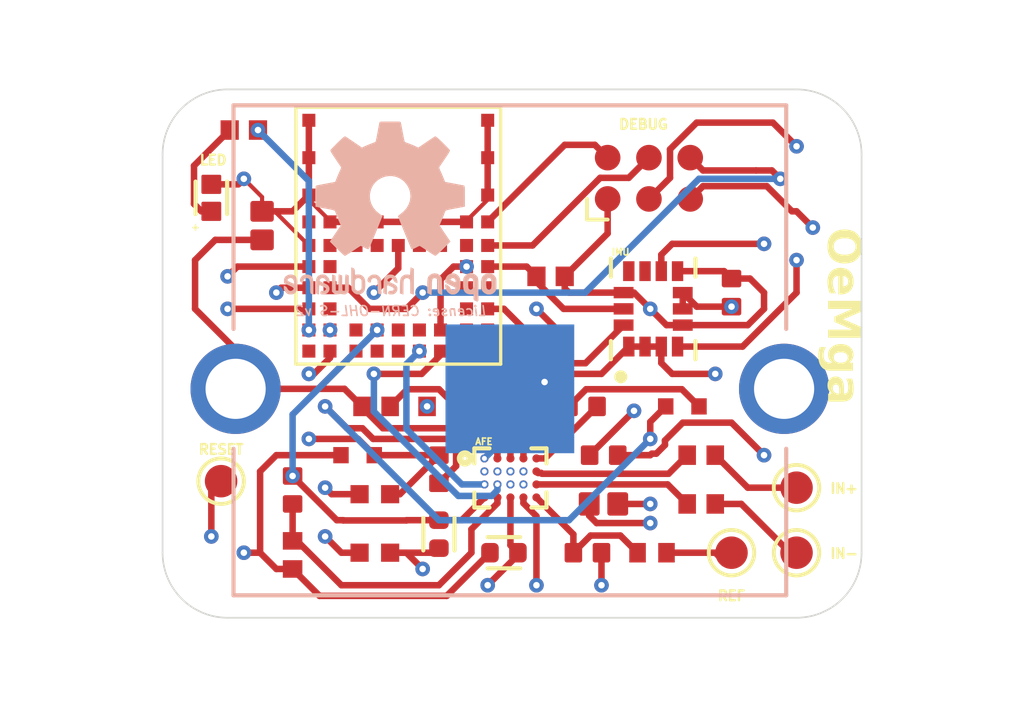
<source format=kicad_pcb>
(kicad_pcb (version 20241229) (generator "pcbnew") (generator_version "9.0")
  (layers (0 "F.Cu" signal "TOP") (4 "In1.Cu" signal "GND") (6 "In2.Cu" signal "MIDDLE") (8 "In3.Cu" signal "POWER") (10 "In4.Cu" signal "GND2") (2 "B.Cu" signal "BOTTOM") (13 "F.Paste" user) (15 "B.Paste" user) (5 "F.SilkS" user "F.Silkscreen") (7 "B.SilkS" user "B.Silkscreen") (1 "F.Mask" user) (3 "B.Mask" user) (25 "Edge.Cuts" user))
  (net 0 "")
  (net 1 "+Vs")
  (net 2 "GND")
  (net 4 "INT1")
  (net 12 "SCL")
  (net 13 "FR")
  (net 14 "OUT")
  (net 16 "LOD")
  (net 17 "SDA")
  (net 18 "INT2")
  (net 19 "SDN")
  (net 20 "SWDIO")
  (net 21 "RESET")
  (net 25 "LED")
  (net 29 "SWO")
  (net 30 "SWDCLK")
  (net 33 "Net-(U1-RLDFB)")
  (net 34 "RLD")
  (net 35 "Net-(U1-SW)")
  (net 36 "IAOUT")
  (net 37 "Net-(U1-HPDRIVE)")
  (net 38 "HPSENSE")
  (net 39 "Net-(C_8-Pad2)")
  (net 40 "OPAMP+")
  (net 41 "REFOUT")
  (net 42 "REFIN")
  (net 43 "Net-(+4-Pin_1)")
  (net 44 "Net-(+2-Pin_1)")
  (net 45 "IN+")
  (net 46 "IN-")
  (net 47 "Net-(+3-Pin_1)")
  (net 48 "OPAMP-")
  (net 53 "Net-(D1-Pad1)")
  (net 55 "AC{slash}DC")
  (footprint "1nf_cap:CAPC1005X55N" (layer "F.Cu") (at 154.068 89)
    (property "Reference" "C_1" (hide yes))
    (property "Value" "CL05B102KB5NNNC" (hide yes))
    (pad "1" smd roundrect (at -0.432 0) (size 0.54 0.6) (layers "F.Cu" "F.Mask" "F.Paste") (roundrect_rratio 0.125) (net 34 "RLD"))
    (pad "2" smd roundrect (at 0.432 0) (size 0.54 0.6) (layers "F.Cu" "F.Mask" "F.Paste") (roundrect_rratio 0.125) (net 33 "Net-(U1-RLDFB)"))
  )
  (footprint "1Megohm:RESC1005X40N" (layer "F.Cu") (at 145 87.07 90)
    (property "Reference" "R_19" (hide yes))
    (property "Value" "RC0402FR-071ML" (hide yes))
    (pad "1" smd roundrect (at -0.43 0 90) (size 0.54 0.6) (layers "F.Cu" "F.Mask" "F.Paste") (roundrect_rratio 0.125) (net 48 "OPAMP-"))
    (pad "2" smd roundrect (at 0.43 0 90) (size 0.54 0.6) (layers "F.Cu" "F.Mask" "F.Paste") (roundrect_rratio 0.125) (net 14 "OUT"))
  )
  (footprint "18nfcap:CAPC1005X55N" (layer "F.Cu") (at 151.5 89)
    (property "Reference" "C_9" (hide yes))
    (property "Value" "CC0402KRX7R7BB183" (hide yes))
    (pad "1" smd roundrect (at -0.43 0) (size 0.54 0.6) (layers "F.Cu" "F.Mask" "F.Paste") (roundrect_rratio 0.265) (net 41 "REFOUT"))
    (pad "2" smd roundrect (at 0.43 0) (size 0.54 0.6) (layers "F.Cu" "F.Mask" "F.Paste") (roundrect_rratio 0.265) (net 40 "OPAMP+"))
  )
  (footprint "TestPoint:TestPoint_Pad_D1.0mm" (layer "F.Cu") (at 158.5 89)
    (property "Reference" "REF**" (hide yes))
    (property "Value" "TestPoint_Pad_D1.0mm" (hide yes))
    (pad "4" smd circle (at 0 0) (size 1 1) (layers "F.Cu" "F.Mask") (net 43 "Net-(+4-Pin_1)"))
  )
  (footprint "res33k:RES_ERJ2RKF3302X" (layer "F.Cu") (at 147 86)
    (property "Reference" "R_12" (hide yes))
    (property "Value" "ERJ2RKF3302X" (hide yes))
    (pad "1" smd rect (at -0.512 0) (size 0.475 0.5) (layers "F.Cu" "F.Mask" "F.Paste") (net 41 "REFOUT"))
    (pad "2" smd rect (at 0.512 0) (size 0.475 0.5) (layers "F.Cu" "F.Mask" "F.Paste") (net 35 "Net-(U1-SW)"))
  )
  (footprint "res50k:RES_CRCW0402_VIS" (layer "F.Cu") (at 147.5301 87.2)
    (property "Reference" "R_13" (hide yes))
    (property "Value" "CRCW040250K0FKED" (hide yes))
    (pad "1" smd rect (at -0.4699 0) (size 0.5588 0.5588) (layers "F.Cu" "F.Mask" "F.Paste") (net 39 "Net-(C_8-Pad2)"))
    (pad "2" smd rect (at 0.4699 0) (size 0.5588 0.5588) (layers "F.Cu" "F.Mask" "F.Paste") (net 35 "Net-(U1-SW)"))
  )
  (footprint "10M_res:RESC1005X40N" (layer "F.Cu") (at 147.568 84.5 180)
    (property "Reference" "R_18" (hide yes))
    (property "Value" "RC0402FR-0710ML" (hide yes))
    (pad "1" smd rect (at -0.432 0 180) (size 0.54 0.6) (layers "F.Cu" "F.Mask" "F.Paste") (net 42 "REFIN"))
    (pad "2" smd rect (at 0.432 0 180) (size 0.54 0.6) (layers "F.Cu" "F.Mask" "F.Paste") (net 1 "+Vs"))
  )
  (footprint "75kres:RESC1005X40N" (layer "F.Cu") (at 145 89.068 -90)
    (property "Reference" "R_20" (hide yes))
    (property "Value" "RC0402FR-0775KL" (hide yes))
    (pad "1" smd rect (at -0.432 0 270) (size 0.54 0.6) (layers "F.Cu" "F.Mask" "F.Paste") (net 48 "OPAMP-"))
    (pad "2" smd rect (at 0.432 0 270) (size 0.54 0.6) (layers "F.Cu" "F.Mask" "F.Paste") (net 41 "REFOUT"))
  )
  (footprint "res182k:RESC1005X37N" (layer "F.Cu") (at 157.568 86 180)
    (property "Reference" "R_6" (hide yes))
    (property "Value" "AC0402FR-07182KL" (hide yes))
    (pad "1" smd rect (at -0.432 0 180) (size 0.54 0.6) (layers "F.Cu" "F.Mask" "F.Paste") (net 44 "Net-(+2-Pin_1)"))
    (pad "2" smd rect (at 0.432 0 180) (size 0.54 0.6) (layers "F.Cu" "F.Mask" "F.Paste") (net 45 "IN+"))
  )
  (footprint "res_4.7k_pretty:RESC1005X40N" (layer "F.Cu") (at 152.935 82.5)
    (property "Reference" "R1" (hide yes))
    (property "Value" "0402WGF4701TCE" (hide yes))
    (pad "1" smd rect (at -0.435 0) (size 0.56 0.6) (layers "F.Cu" "F.Mask" "F.Paste") (net 17 "SDA"))
    (pad "2" smd rect (at 0.435 0) (size 0.56 0.6) (layers "F.Cu" "F.Mask" "F.Paste") (net 1 "+Vs"))
  )
  (footprint "0_point1uf:CAPC1005X55N" (layer "F.Cu") (at 154.568 86)
    (property "Reference" "C_12" (hide yes))
    (property "Value" "CL05B104KO5NNNC" (hide yes))
    (pad "1" smd roundrect (at -0.432 0) (size 0.54 0.6) (layers "F.Cu" "F.Mask" "F.Paste") (roundrect_rratio 0.125) (net 1 "+Vs"))
    (pad "2" smd roundrect (at 0.432 0) (size 0.54 0.6) (layers "F.Cu" "F.Mask" "F.Paste") (roundrect_rratio 0.125) (net 2 "GND"))
  )
  (footprint "TestPoint:TestPoint_Pad_D1.0mm" (layer "F.Cu") (at 160.5 87)
    (property "Reference" "REF**" (hide yes))
    (property "Value" "TestPoint_Pad_D1.0mm" (hide yes))
    (pad "2" smd circle (at 0 0) (size 1 1) (layers "F.Cu" "F.Mask") (net 44 "Net-(+2-Pin_1)"))
  )
  (footprint "TestPoint:TestPoint_Pad_D1.0mm" (layer "F.Cu") (at 160.5 89)
    (property "Reference" "REF**" (hide yes))
    (property "Value" "TestPoint_Pad_D1.0mm" (hide yes))
    (pad "3" smd circle (at 0 0) (size 1 1) (layers "F.Cu" "F.Mask") (net 47 "Net-(+3-Pin_1)"))
  )
  (footprint "res499k:RESC1005X40N" (layer "F.Cu") (at 156.055 89)
    (property "Reference" "R_2" (hide yes))
    (property "Value" "CRCW0402499KFKED" (hide yes))
    (pad "1" smd rect (at -0.445 0) (size 0.51 0.6) (layers "F.Cu" "F.Mask" "F.Paste") (net 34 "RLD"))
    (pad "2" smd rect (at 0.445 0) (size 0.51 0.6) (layers "F.Cu" "F.Mask" "F.Paste") (net 43 "Net-(+4-Pin_1)"))
  )
  (footprint "220nf_cap:CAPC1005X55N" (layer "F.Cu") (at 149.5 86.432 90)
    (property "Reference" "C_4" (hide yes))
    (property "Value" "CL05B224KO5NNNC" (hide yes))
    (pad "1" smd roundrect (at -0.432 0 90) (size 0.54 0.6) (layers "F.Cu" "F.Mask" "F.Paste") (roundrect_rratio 0.125) (net 36 "IAOUT"))
    (pad "2" smd roundrect (at 0.432 0 90) (size 0.54 0.6) (layers "F.Cu" "F.Mask" "F.Paste") (roundrect_rratio 0.125) (net 35 "Net-(U1-SW)"))
  )
  (footprint "res182k:RESC1005X37N" (layer "F.Cu") (at 157.568 87.5 180)
    (property "Reference" "R_7" (hide yes))
    (property "Value" "AC0402FR-07182KL" (hide yes))
    (pad "1" smd rect (at -0.432 0 180) (size 0.54 0.6) (layers "F.Cu" "F.Mask" "F.Paste") (net 47 "Net-(+3-Pin_1)"))
    (pad "2" smd rect (at 0.432 0 180) (size 0.54 0.6) (layers "F.Cu" "F.Mask" "F.Paste") (net 46 "IN-"))
  )
  (footprint "Connector:Tag-Connect_TC2030-IDC-NL_2x03_P1.27mm_Vertical" (layer "F.Cu") (at 155.96 77.484)
    (property "Reference" "J1" (hide yes))
    (property "Value" "Conn_ARM_SWD_TagConnect_TC2030-NL" (hide yes))
    (pad "" np_thru_hole circle (at -2.54 0) (size 0.9906 0.9906) (drill 0.9906) (layers "*.Cu" "*.Mask"))
    (pad "" np_thru_hole circle (at 2.54 -1.016) (size 0.9906 0.9906) (drill 0.9906) (layers "*.Cu" "*.Mask"))
    (pad "" np_thru_hole circle (at 2.54 1.016) (size 0.9906 0.9906) (drill 0.9906) (layers "*.Cu" "*.Mask"))
    (pad "1" connect circle (at -1.27 0.635) (size 0.7874 0.7874) (layers "F.Cu" "F.Mask") (net 1 "+Vs"))
    (pad "2" connect circle (at -1.27 -0.635) (size 0.7874 0.7874) (layers "F.Cu" "F.Mask") (net 20 "SWDIO"))
    (pad "3" connect circle (at 0 0.635) (size 0.7874 0.7874) (layers "F.Cu" "F.Mask") (net 21 "RESET"))
    (pad "4" connect circle (at 0 -0.635) (size 0.7874 0.7874) (layers "F.Cu" "F.Mask") (net 30 "SWDCLK"))
    (pad "5" connect circle (at 1.27 0.635) (size 0.7874 0.7874) (layers "F.Cu" "F.Mask") (net 2 "GND"))
    (pad "6" connect circle (at 1.27 -0.635) (size 0.7874 0.7874) (layers "F.Cu" "F.Mask") (net 29 "SWO"))
  )
  (footprint "cap_100nf:CAPC1005X55N" (layer "F.Cu") (at 158.5 81 -90)
    (property "Reference" "C1" (hide yes))
    (property "Value" "CL05B104KO5NNNC")
    (pad "1" smd roundrect (at -0.432 0 270) (size 0.54 0.6) (layers "F.Cu" "F.Mask" "F.Paste") (roundrect_rratio 0.125) (net 1 "+Vs"))
    (pad "2" smd roundrect (at 0.432 0 270) (size 0.54 0.6) (layers "F.Cu" "F.Mask" "F.Paste") (roundrect_rratio 0.125) (net 2 "GND"))
  )
  (footprint "res50k:RES_CRCW0402_VIS" (layer "F.Cu") (at 147.5301 89)
    (property "Reference" "R_16" (hide yes))
    (property "Value" "CRCW040250K0FKED" (hide yes))
    (pad "1" smd rect (at -0.4699 0) (size 0.5588 0.5588) (layers "F.Cu" "F.Mask" "F.Paste") (net 40 "OPAMP+"))
    (pad "2" smd rect (at 0.4699 0) (size 0.5588 0.5588) (layers "F.Cu" "F.Mask" "F.Paste") (net 39 "Net-(C_8-Pad2)"))
  )
  (footprint "1uf_cap:CAPC1005X55N" (layer "F.Cu") (at 151.568 84.5)
    (property "Reference" "C_11" (hide yes))
    (property "Value" "CL05A105KP5NNNC" (hide yes))
    (pad "1" smd roundrect (at -0.432 0) (size 0.54 0.6) (layers "F.Cu" "F.Mask" "F.Paste") (roundrect_rratio 0.125) (net 42 "REFIN"))
    (pad "2" smd roundrect (at 0.432 0) (size 0.54 0.6) (layers "F.Cu" "F.Mask" "F.Paste") (roundrect_rratio 0.125) (net 2 "GND"))
  )
  (footprint "10M_res:RESC1005X40N" (layer "F.Cu") (at 149.568 84.5)
    (property "Reference" "R_17" (hide yes))
    (property "Value" "RC0402FR-0710ML" (hide yes))
    (pad "1" smd rect (at -0.432 0) (size 0.54 0.6) (layers "F.Cu" "F.Mask" "F.Paste") (net 2 "GND"))
    (pad "2" smd rect (at 0.432 0) (size 0.54 0.6) (layers "F.Cu" "F.Mask" "F.Paste") (net 42 "REFIN"))
  )
  (footprint "res3.3Mohm:RES_ERJ-2GEJ335X" (layer "F.Cu") (at 156.988 84.5)
    (property "Reference" "R_14" (hide yes))
    (property "Value" "ERJ-2GEJ335X" (hide yes))
    (pad "1" smd rect (at -0.512 0) (size 0.475 0.5) (layers "F.Cu" "F.Mask" "F.Paste") (net 36 "IAOUT"))
    (pad "2" smd rect (at 0.512 0) (size 0.475 0.5) (layers "F.Cu" "F.Mask" "F.Paste") (net 38 "HPSENSE"))
  )
  (footprint "bl15l15unew:Ezurio, BL54L15u Module, Platform Side" (layer "F.Cu") (at 151.4 83.19999 90)
    (property "Reference" "bl54l15u1" (hide yes))
    (property "Value" "bl54l15u" (hide yes))
    (pad "1" smd rect (at 0.4 -5.9 90) (size 0.4 0.4) (layers "F.Cu" "F.Mask" "F.Paste"))
    (pad "2" smd rect (at 1.04999 -5.9 90) (size 0.4 0.4) (layers "F.Cu" "F.Mask" "F.Paste") (net 25 "LED"))
    (pad "3" smd rect (at 0.39999 -5.25 90) (size 0.4 0.4) (layers "F.Cu" "F.Mask" "F.Paste") (net 55 "AC{slash}DC"))
    (pad "4" smd rect (at 1.04999 -5.25 90) (size 0.4 0.4) (layers "F.Cu" "F.Mask" "F.Paste") (net 2 "GND"))
    (pad "5" smd rect (at 0.39999 -4.45 90) (size 0.4 0.4) (layers "F.Cu" "F.Mask" "F.Paste") (net 1 "+Vs"))
    (pad "6" smd rect (at 1.04999 -4.45001 270) (size 0.4 0.4) (layers "F.Cu" "F.Mask" "F.Paste"))
    (pad "7" smd rect (at 0.4 -3.8 90) (size 0.4 0.4) (layers "F.Cu" "F.Mask" "F.Paste"))
    (pad "8" smd rect (at 1.04999 -3.80001 270) (size 0.4 0.4) (layers "F.Cu" "F.Mask" "F.Paste") (net 14 "OUT"))
    (pad "9" smd rect (at 0.39999 -3.15001 90) (size 0.4 0.4) (layers "F.Cu" "F.Mask" "F.Paste"))
    (pad "10" smd rect (at 1.04999 -3.15001 270) (size 0.4 0.4) (layers "F.Cu" "F.Mask" "F.Paste"))
    (pad "11" smd rect (at 0.4 -2.5 90) (size 0.4 0.4) (layers "F.Cu" "F.Mask" "F.Paste") (net 16 "LOD"))
    (pad "12" smd rect (at 1.04999 -2.5 270) (size 0.4 0.4) (layers "F.Cu" "F.Mask" "F.Paste"))
    (pad "13" smd rect (at 0.39999 -1.85001 90) (size 0.4 0.4) (layers "F.Cu" "F.Mask" "F.Paste") (net 19 "SDN"))
    (pad "14" smd rect (at 1.04999 -1.85001 270) (size 0.4 0.4) (layers "F.Cu" "F.Mask" "F.Paste") (net 2 "GND"))
    (pad "15" smd rect (at 0.4 -1.05 90) (size 0.4 0.4) (layers "F.Cu" "F.Mask" "F.Paste"))
    (pad "16" smd rect (at 1.04999 -1.05 90) (size 0.4 0.4) (layers "F.Cu" "F.Mask" "F.Paste"))
    (pad "17" smd rect (at 0.4 -0.4 90) (size 0.4 0.4) (layers "F.Cu" "F.Mask" "F.Paste"))
    (pad "18" smd rect (at 1.04999 -0.4 90) (size 0.4 0.4) (layers "F.Cu" "F.Mask" "F.Paste"))
    (pad "19" smd rect (at 1.69999 -0.4 90) (size 0.4 0.4) (layers "F.Cu" "F.Mask" "F.Paste") (net 17 "SDA"))
    (pad "20" smd rect (at 1.69999 -1.05 90) (size 0.4 0.4) (layers "F.Cu" "F.Mask" "F.Paste"))
    (pad "21" smd rect (at 2.34999 -0.4 90) (size 0.4 0.4) (layers "F.Cu" "F.Mask" "F.Paste"))
    (pad "22" smd rect (at 2.34999 -1.05 90) (size 0.4 0.4) (layers "F.Cu" "F.Mask" "F.Paste"))
    (pad "23" smd rect (at 2.99999 -0.4 90) (size 0.4 0.4) (layers "F.Cu" "F.Mask" "F.Paste") (net 12 "SCL"))
    (pad "24" smd rect (at 2.99999 -1.05 90) (size 0.4 0.4) (layers "F.Cu" "F.Mask" "F.Paste") (net 2 "GND"))
    (pad "25" smd rect (at 3.64999 -0.4 90) (size 0.4 0.4) (layers "F.Cu" "F.Mask" "F.Paste") (net 30 "SWDCLK"))
    (pad "26" smd rect (at 3.64999 -1.05 90) (size 0.4 0.4) (layers "F.Cu" "F.Mask" "F.Paste"))
    (pad "27" smd rect (at 4.37499 -0.4 90) (size 0.4 0.4) (layers "F.Cu" "F.Mask" "F.Paste") (net 20 "SWDIO"))
    (pad "28" smd rect (at 4.37499 -1.05 90) (size 0.4 0.4) (layers "F.Cu" "F.Mask" "F.Paste") (net 2 "GND"))
    (pad "29" smd rect (at 3.64999 -1.85 90) (size 0.4 0.4) (layers "F.Cu" "F.Mask" "F.Paste"))
    (pad "30" smd rect (at 3.64999 -2.5 90) (size 0.4 0.4) (layers "F.Cu" "F.Mask" "F.Paste"))
    (pad "31" smd rect (at 4.37498 -2.5 90) (size 0.4 0.4) (layers "F.Cu" "F.Mask" "F.Paste") (net 2 "GND"))
    (pad "32" smd rect (at 3.64999 -3.15001 90) (size 0.4 0.4) (layers "F.Cu" "F.Mask" "F.Paste") (net 21 "RESET"))
    (pad "33" smd rect (at 3.64999 -3.8 90) (size 0.4 0.4) (layers "F.Cu" "F.Mask" "F.Paste"))
    (pad "34" smd rect (at 4.37499 -3.8 90) (size 0.4 0.4) (layers "F.Cu" "F.Mask" "F.Paste") (net 2 "GND"))
    (pad "35" smd rect (at 3.64999 -4.45 90) (size 0.4 0.4) (layers "F.Cu" "F.Mask" "F.Paste"))
    (pad "36" smd rect (at 4.37499 -5.25 90) (size 0.4 0.4) (layers "F.Cu" "F.Mask" "F.Paste") (net 2 "GND"))
    (pad "37" smd rect (at 4.37499 -5.9 90) (size 0.4 0.4) (layers "F.Cu" "F.Mask" "F.Paste"))
    (pad "38" smd rect (at 3.64999 -5.25 90) (size 0.4 0.4) (layers "F.Cu" "F.Mask" "F.Paste"))
    (pad "39" smd rect (at 3.64999 -5.9 90) (size 0.4 0.4) (layers "F.Cu" "F.Mask" "F.Paste") (net 2 "GND"))
    (pad "40" smd rect (at 2.99999 -5.25 90) (size 0.4 0.4) (layers "F.Cu" "F.Mask" "F.Paste"))
    (pad "41" smd rect (at 2.99999 -5.9 90) (size 0.4 0.4) (layers "F.Cu" "F.Mask" "F.Paste") (net 4 "INT1"))
    (pad "42" smd rect (at 2.34999 -5.25 90) (size 0.4 0.4) (layers "F.Cu" "F.Mask" "F.Paste") (net 29 "SWO"))
    (pad "43" smd rect (at 2.34999 -5.9 90) (size 0.4 0.4) (layers "F.Cu" "F.Mask" "F.Paste") (net 13 "FR"))
    (pad "44" smd rect (at 1.69999 -5.25 90) (size 0.4 0.4) (layers "F.Cu" "F.Mask" "F.Paste"))
    (pad "45" smd rect (at 1.69999 -5.9 90) (size 0.4 0.4) (layers "F.Cu" "F.Mask" "F.Paste") (net 18 "INT2"))
    (pad "G1" smd rect (at 5.2 -5.90001 270) (size 0.4 0.4) (layers "F.Cu" "F.Mask" "F.Paste") (net 2 "GND"))
    (pad "G2" smd rect (at 6.35 -5.90001 270) (size 0.4 0.4) (layers "F.Cu" "F.Mask" "F.Paste") (net 2 "GND"))
    (pad "G3" smd rect (at 7.5 -5.90001 270) (size 0.4 0.4) (layers "F.Cu" "F.Mask" "F.Paste") (net 2 "GND"))
    (pad "G4" smd rect (at 5.19999 -0.4 270) (size 0.4 0.4) (layers "F.Cu" "F.Mask" "F.Paste") (net 2 "GND"))
    (pad "G5" smd rect (at 6.34999 -0.4 270) (size 0.4 0.4) (layers "F.Cu" "F.Mask" "F.Paste") (net 2 "GND"))
    (pad "G6" smd rect (at 7.5 -0.4 270) (size 0.4 0.4) (layers "F.Cu" "F.Mask" "F.Paste") (net 2 "GND"))
  )
  (footprint "10ufcap:CAPC1005X70N" (layer "F.Cu") (at 144.061 78.939 90)
    (property "Reference" "10uf1" (hide yes))
    (property "Value" "CL10A106MQ8NNNC" (hide yes))
    (pad "1" smd roundrect (at -0.439 0 90) (size 0.64 0.72) (layers "F.Cu" "F.Mask" "F.Paste") (roundrect_rratio 0.125) (net 1 "+Vs"))
    (pad "2" smd roundrect (at 0.439 0 90) (size 0.64 0.72) (layers "F.Cu" "F.Mask" "F.Paste") (roundrect_rratio 0.125) (net 2 "GND"))
  )
  (footprint "TestPoint:TestPoint_Pad_D1.0mm" (layer "F.Cu") (at 142.8 86.8)
    (property "Reference" "REF**" (hide yes))
    (property "Value" "TestPoint_Pad_D1.0mm" (hide yes))
    (pad "1" smd circle (at 0 0) (size 1 1) (layers "F.Cu" "F.Mask") (net 21 "RESET"))
  )
  (footprint "lsm6dsox:PQFN50P250X300X86-14N" (layer "F.Cu") (at 156.09 81.5 90)
    (property "Reference" "U2" (hide yes))
    (property "Value" "LSM6DSOXTR" (hide yes))
    (pad "1" smd rect (at -1.16 -0.75 90) (size 0.61 0.35) (layers "F.Cu" "F.Paste") (net 2 "GND"))
    (pad "2" smd rect (at -1.16 -0.25 90) (size 0.61 0.35) (layers "F.Cu" "F.Paste") (net 2 "GND"))
    (pad "3" smd rect (at -1.16 0.25 90) (size 0.61 0.35) (layers "F.Cu" "F.Paste") (net 2 "GND"))
    (pad "4" smd rect (at -1.16 0.75 90) (size 0.61 0.35) (layers "F.Cu" "F.Paste") (net 4 "INT1"))
    (pad "5" smd rect (at -0.5 0.91 90) (size 0.35 0.61) (layers "F.Cu" "F.Paste") (net 1 "+Vs"))
    (pad "6" smd rect (at 0 0.91 90) (size 0.35 0.61) (layers "F.Cu" "F.Paste") (net 2 "GND"))
    (pad "7" smd rect (at 0.5 0.91 90) (size 0.35 0.61) (layers "F.Cu" "F.Paste") (net 2 "GND"))
    (pad "8" smd rect (at 1.16 0.75 90) (size 0.61 0.35) (layers "F.Cu" "F.Paste") (net 1 "+Vs"))
    (pad "9" smd rect (at 1.16 0.25 90) (size 0.61 0.35) (layers "F.Cu" "F.Paste") (net 18 "INT2"))
    (pad "10" smd rect (at 1.16 -0.25 90) (size 0.61 0.35) (layers "F.Cu" "F.Paste"))
    (pad "11" smd rect (at 1.16 -0.75 90) (size 0.61 0.35) (layers "F.Cu" "F.Paste"))
    (pad "12" smd rect (at 0.5 -0.91 90) (size 0.35 0.61) (layers "F.Cu" "F.Paste") (net 1 "+Vs"))
    (pad "13" smd rect (at 0 -0.91 90) (size 0.35 0.61) (layers "F.Cu" "F.Paste") (net 12 "SCL"))
    (pad "14" smd rect (at -0.5 -0.91 90) (size 0.35 0.61) (layers "F.Cu" "F.Paste") (net 17 "SDA"))
  )
  (footprint "220nf_cap:CAPC1005X55N" (layer "F.Cu") (at 153.932 84.5 180)
    (property "Reference" "C_7" (hide yes))
    (property "Value" "CL05B224KO5NNNC" (hide yes))
    (pad "1" smd roundrect (at -0.432 0 180) (size 0.54 0.6) (layers "F.Cu" "F.Mask" "F.Paste") (roundrect_rratio 0.125) (net 37 "Net-(U1-HPDRIVE)"))
    (pad "2" smd roundrect (at 0.432 0 180) (size 0.54 0.6) (layers "F.Cu" "F.Mask" "F.Paste") (roundrect_rratio 0.125) (net 38 "HPSENSE"))
  )
  (footprint "10ufcap:CAPC1005X70N" (layer "F.Cu") (at 154.561 87.5)
    (property "Reference" "C_13" (hide yes))
    (property "Value" "CL05A106MQ5NUNC" (hide yes))
    (pad "1" smd roundrect (at -0.439 0) (size 0.64 0.72) (layers "F.Cu" "F.Mask" "F.Paste") (roundrect_rratio 0.125) (net 1 "+Vs"))
    (pad "2" smd roundrect (at 0.439 0) (size 0.64 0.72) (layers "F.Cu" "F.Mask" "F.Paste") (roundrect_rratio 0.125) (net 2 "GND"))
  )
  (footprint "ad8233:BGA20N40P5X4_204X170X56N" (layer "F.Cu") (at 151.7 86.7)
    (property "Reference" "U1" (hide yes))
    (property "Value" "AD8233ACBZ-R7" (hide yes))
    (pad "A1" smd circle (at -0.8 -0.6) (size 0.25 0.25) (layers "F.Cu" "F.Mask" "F.Paste") (net 2 "GND"))
    (pad "A2" smd circle (at -0.4 -0.6) (size 0.25 0.25) (layers "F.Cu" "F.Mask" "F.Paste") (net 1 "+Vs"))
    (pad "A3" smd circle (at 0 -0.6) (size 0.25 0.25) (layers "F.Cu" "F.Mask" "F.Paste") (net 42 "REFIN"))
    (pad "A4" smd circle (at 0.4 -0.6) (size 0.25 0.25) (layers "F.Cu" "F.Mask" "F.Paste") (net 38 "HPSENSE"))
    (pad "A5" smd circle (at 0.8 -0.6) (size 0.25 0.25) (layers "F.Cu" "F.Mask" "F.Paste") (net 37 "Net-(U1-HPDRIVE)"))
    (pad "B1" smd circle (at -0.8 -0.2) (size 0.25 0.25) (layers "F.Cu" "F.Mask" "F.Paste") (net 19 "SDN"))
    (pad "B2" smd circle (at -0.4 -0.2) (size 0.25 0.25) (layers "F.Cu" "F.Mask" "F.Paste") (net 55 "AC{slash}DC"))
    (pad "B3" smd circle (at 0 -0.2) (size 0.25 0.25) (layers "F.Cu" "F.Mask" "F.Paste") (net 13 "FR"))
    (pad "B4" smd circle (at 0.4 -0.2) (size 0.25 0.25) (layers "F.Cu" "F.Mask" "F.Paste") (net 36 "IAOUT"))
    (pad "B5" smd circle (at 0.8 -0.2) (size 0.25 0.25) (layers "F.Cu" "F.Mask" "F.Paste") (net 45 "IN+"))
    (pad "C1" smd circle (at -0.8 0.2) (size 0.25 0.25) (layers "F.Cu" "F.Mask" "F.Paste") (net 16 "LOD"))
    (pad "C2" smd circle (at -0.4 0.2) (size 0.25 0.25) (layers "F.Cu" "F.Mask" "F.Paste") (net 19 "SDN"))
    (pad "C3" smd circle (at 0 0.2) (size 0.25 0.25) (layers "F.Cu" "F.Mask" "F.Paste") (net 41 "REFOUT"))
    (pad "C4" smd circle (at 0.4 0.2) (size 0.25 0.25) (layers "F.Cu" "F.Mask" "F.Paste") (net 33 "Net-(U1-RLDFB)"))
    (pad "C5" smd circle (at 0.8 0.2) (size 0.25 0.25) (layers "F.Cu" "F.Mask" "F.Paste") (net 46 "IN-"))
    (pad "D1" smd circle (at -0.8 0.6) (size 0.25 0.25) (layers "F.Cu" "F.Mask" "F.Paste") (net 14 "OUT"))
    (pad "D2" smd circle (at -0.4 0.6) (size 0.25 0.25) (layers "F.Cu" "F.Mask" "F.Paste") (net 48 "OPAMP-"))
    (pad "D3" smd circle (at 0 0.6) (size 0.25 0.25) (layers "F.Cu" "F.Mask" "F.Paste") (net 40 "OPAMP+"))
    (pad "D4" smd circle (at 0.4 0.6) (size 0.25 0.25) (layers "F.Cu" "F.Mask" "F.Paste") (net 35 "Net-(U1-SW)"))
    (pad "D5" smd circle (at 0.8 0.6) (size 0.25 0.25) (layers "F.Cu" "F.Mask" "F.Paste") (net 34 "RLD"))
  )
  (footprint "lednew:LEDC1005X35N" (layer "F.Cu") (at 142.5 78.085 90)
    (property "Reference" "D1" (hide yes))
    (property "Value" "VLMG1500-GS08" (hide yes))
    (fp_text user "+" (at -0.915 -0.5 90) (layer "F.SilkS") (effects (font (size 0.200048 0.200048))))
    (pad "1" smd roundrect (at -0.415 0 90) (size 0.59 0.61) (layers "F.Cu" "F.Mask" "F.Paste") (roundrect_rratio 0.075) (net 53 "Net-(D1-Pad1)"))
    (pad "2" smd roundrect (at 0.415 0 90) (size 0.59 0.61) (layers "F.Cu" "F.Mask" "F.Paste") (roundrect_rratio 0.075) (net 2 "GND"))
  )
  (footprint "res1k_pretty:RESC1005X40N" (layer "F.Cu") (at 143.5 76 180)
    (property "Reference" "R2" (hide yes))
    (property "Value" "0402WGF1001TCE" (hide yes))
    (pad "1" smd rect (at -0.435 0 180) (size 0.56 0.6) (layers "F.Cu" "F.Mask" "F.Paste") (net 25 "LED"))
    (pad "2" smd rect (at 0.435 0 180) (size 0.56 0.6) (layers "F.Cu" "F.Mask" "F.Paste") (net 53 "Net-(D1-Pad1)"))
  )
  (footprint "2nfcap:CAPC1005X55N" (layer "F.Cu") (at 149.5 88.43 -90)
    (property "Reference" "C_8" (hide yes))
    (property "Value" "CC0402KRX7R9BB202" (hide yes))
    (pad "1" smd roundrect (at -0.43 0 270) (size 0.54 0.6) (layers "F.Cu" "F.Mask" "F.Paste") (roundrect_rratio 0.265) (net 14 "OUT"))
    (pad "2" smd roundrect (at 0.43 0 270) (size 0.54 0.6) (layers "F.Cu" "F.Mask" "F.Paste") (roundrect_rratio 0.265) (net 39 "Net-(C_8-Pad2)"))
  )
  (footprint "res_4.7k_pretty:RESC1005X40N" (layer "F.Cu") (at 152.935 80.5)
    (property "Reference" "R3" (hide yes))
    (property "Value" "0402WGF4701TCE" (hide yes))
    (pad "1" smd rect (at -0.435 0) (size 0.56 0.6) (layers "F.Cu" "F.Mask" "F.Paste") (net 12 "SCL"))
    (pad "2" smd rect (at 0.435 0) (size 0.56 0.6) (layers "F.Cu" "F.Mask" "F.Paste") (net 1 "+Vs"))
  )
  (footprint "Symbol:OSHW-Logo2_7.3x6mm_SilkScreen" (layer "B.Cu") (at 148 78.5 180)
    (property "Reference" "REF**" (hide yes))
    (property "Value" "OSHW-Logo2_7.3x6mm_SilkScreen" (hide yes))
  )
  (footprint "bat3013:BAT_3013" (layer "B.Cu") (at 151.6825 83.96 180)
    (property "Reference" "BT2" (hide yes))
    (property "Value" "3013" (hide yes))
    (pad "N" smd rect (at 0 0 180) (size 3.96 3.96) (layers "B.Cu" "B.Mask") (net 2 "GND"))
    (pad "P1" thru_hole circle (at -8.435 0 180) (size 2.775 2.775) (drill 1.85) (layers "*.Cu" "*.Mask") (net 1 "+Vs"))
    (pad "P2" thru_hole circle (at 8.435 0 180) (size 2.775 2.775) (drill 1.85) (layers "*.Cu" "*.Mask") (net 1 "+Vs"))
  )
  (gr_line (start 160.5 91) (end 143 91) (stroke (width 0.05)) (layer "Edge.Cuts"))
  (gr_arc (start 162.5 89) (mid 161.914214 90.414214) (end 160.5 91) (stroke (width 0.05)) (layer "Edge.Cuts"))
  (gr_line (start 143 74.75) (end 160.5 74.75) (stroke (width 0.05)) (layer "Edge.Cuts"))
  (gr_arc (start 141 76.75) (mid 141.585786 75.335786) (end 143 74.75) (stroke (width 0.05)) (layer "Edge.Cuts"))
  (gr_line (start 141 89) (end 141 76.75) (stroke (width 0.05)) (layer "Edge.Cuts"))
  (gr_arc (start 143 91) (mid 141.585786 90.414214) (end 141 89) (stroke (width 0.05)) (layer "Edge.Cuts"))
  (gr_line (start 162.5 76.75) (end 162.5 89) (stroke (width 0.05)) (layer "Edge.Cuts"))
  (gr_arc (start 160.5 74.75) (mid 161.914214 75.335786) (end 162.5 76.75) (stroke (width 0.05)) (layer "Edge.Cuts"))
  (gr_text "AFE" (at 150.59 85.7 0) (layer "F.SilkS") (effects (font (size 0.2 0.2) (thickness 0.05)) (justify left bottom)))
  (gr_text " OeMga \n" (at 161.3 78.5 270) (layer "F.SilkS") (effects (font (size 1 1) (thickness 0.2) (bold yes)) (justify left bottom)))
  (gr_text "DEBUG" (at 155 76 0) (layer "F.SilkS") (effects (font (size 0.3 0.3) (thickness 0.075)) (justify left bottom)))
  (gr_text "IN-\n" (at 161.5 89.2 0) (layer "F.SilkS") (effects (font (size 0.3 0.3) (thickness 0.075)) (justify left bottom)))
  (gr_text "IMU" (at 154.79 79.87 0) (layer "F.SilkS") (effects (font (size 0.2 0.2) (thickness 0.05)) (justify left bottom)))
  (gr_text "REF" (at 158.5 90.5 0) (layer "F.SilkS") (effects (font (size 0.3 0.3) (thickness 0.075)) (justify bottom)))
  (gr_text "IN+" (at 161.5 87.2 0) (layer "F.SilkS") (effects (font (size 0.3 0.3) (thickness 0.075)) (justify left bottom)))
  (gr_text "LED" (at 142.1 77.1 0) (layer "F.SilkS") (effects (font (size 0.3 0.3) (thickness 0.075)) (justify left bottom)))
  (gr_text "RESET\n" (at 142.8 86 0) (layer "F.SilkS") (effects (font (size 0.3 0.3) (thickness 0.075)) (justify bottom)))
  (gr_text "License: CERN-OHL-S v2" (at 151 81.74 0) (layer "B.SilkS") (effects (font (size 0.3 0.3) (thickness 0.05) (italic yes)) (justify left bottom mirror)))
  (segment (start 154.69 78.119) (end 154.69 79.18) (width 0.2) (layer "F.Cu") (net 1))
  (segment (start 154.69 79.18) (end 153.37 80.5) (width 0.2) (layer "F.Cu") (net 1))
  (segment (start 153.37 80.87) (end 153.5 81) (width 0.2) (layer "F.Cu") (net 1))
  (segment (start 153.5 81) (end 155.18 81) (width 0.2) (layer "F.Cu") (net 1))
  (segment (start 142 80) (end 142 81.5) (width 0.2) (layer "F.Cu") (net 1))
  (segment (start 150.548776 85.172) (end 151.3 85.923224) (width 0.2) (layer "F.Cu") (net 1))
  (segment (start 147.136 84.53) (end 147.778 85.172) (width 0.2) (layer "F.Cu") (net 1))
  (segment (start 147.778 85.172) (end 150.548776 85.172) (width 0.2) (layer "F.Cu") (net 1))
  (segment (start 146.596 83.96) (end 145.79 83.96) (width 0.2) (layer "F.Cu") (net 1))
  (segment (start 158.272 80.34) (end 158.5 80.568) (width 0.2) (layer "F.Cu") (net 1))
  (segment (start 159.5 81.5) (end 159.5 81) (width 0.2) (layer "F.Cu") (net 1))
  (segment (start 153.37 82.37) (end 152.5 81.5) (width 0.2) (layer "F.Cu") (net 1))
  (segment (start 146.95 82.8) (end 145.79 83.96) (width 0.2) (layer "F.Cu") (net 1))
  (segment (start 159.068 80.568) (end 158.5 80.568) (width 0.2) (layer "F.Cu") (net 1))
  (segment (start 142 81.5) (end 143.2475 82.7475) (width 0.2) (layer "F.Cu") (net 1))
  (segment (start 153.37 82.5) (end 153.37 82.37) (width 0.2) (layer "F.Cu") (net 1))
  (segment (start 147.136 84.5) (end 147.136 84.53) (width 0.2) (layer "F.Cu") (net 1))
  (segment (start 159.5 81) (end 159.068 80.568) (width 0.2) (layer "F.Cu") (net 1))
  (segment (start 154.122 87.86) (end 154.122 87.5) (width 0.2) (layer "F.Cu") (net 1))
  (segment (start 142.622 79.378) (end 142 80) (width 0.2) (layer "F.Cu") (net 1))
  (segment (start 143.2475 82.7475) (end 143.2475 83.96) (width 0.2) (layer "F.Cu") (net 1))
  (segment (start 153.37 80.5) (end 153.37 80.87) (width 0.2) (layer "F.Cu") (net 1))
  (segment (start 147.136 84.5) (end 146.596 83.96) (width 0.2) (layer "F.Cu") (net 1))
  (segment (start 155.5 81) (end 156 81.5) (width 0.2) (layer "F.Cu") (net 1))
  (segment (start 157 82) (end 159 82) (width 0.2) (layer "F.Cu") (net 1))
  (segment (start 156.5 82) (end 157 82) (width 0.2) (layer "F.Cu") (net 1))
  (segment (start 154.136 86) (end 155.5 84.636) (width 0.2) (layer "F.Cu") (net 1))
  (segment (start 156 88.088) (end 154.35 88.088) (width 0.2) (layer "F.Cu") (net 1))
  (segment (start 155.18 81) (end 155.5 81) (width 0.2) (layer "F.Cu") (net 1))
  (segment (start 156.84 80.34) (end 158.272 80.34) (width 0.2) (layer "F.Cu") (net 1))
  (segment (start 159 82) (end 159.5 81.5) (width 0.2) (layer "F.Cu") (net 1))
  (segment (start 154.136 86) (end 154.136 85.864) (width 0.2) (layer "F.Cu") (net 1))
  (segment (start 156 81.5) (end 156.5 82) (width 0.2) (layer "F.Cu") (net 1))
  (segment (start 154.35 88.088) (end 154.122 87.86) (width 0.2) (layer "F.Cu") (net 1))
  (segment (start 153.37 82.5) (end 153.37 82.63) (width 0.2) (layer "F.Cu") (net 1))
  (segment (start 145.79 83.96) (end 143.2475 83.96) (width 0.2) (layer "F.Cu") (net 1))
  (segment (start 144.061 79.378) (end 142.622 79.378) (width 0.2) (layer "F.Cu") (net 1))
  (segment (start 151.3 85.923224) (end 151.3 86.1) (width 0.2) (layer "F.Cu") (net 1))
  (via (at 155.5 84.636) (size 0.45) (drill 0.2) (layers "F.Cu" "B.Cu") (net 1))
  (via (at 156 88.088) (size 0.45) (drill 0.2) (layers "F.Cu" "B.Cu") (net 1))
  (via (at 152.5 81.5) (size 0.45) (drill 0.2) (layers "F.Cu" "B.Cu") (net 1))
  (via (at 156 81.5) (size 0.45) (drill 0.2) (layers "F.Cu" "B.Cu") (net 1))
  (segment (start 156.187639 85.953) (end 156.047 85.953) (width 0.2) (layer "F.Cu") (net 2))
  (segment (start 144.061 78.061) (end 143.5 77.5) (width 0.127) (layer "F.Cu") (net 2))
  (segment (start 150.35 78.791208) (end 151 78.141208) (width 0.127) (layer "F.Cu") (net 2))
  (segment (start 157.623699 77.725301) (end 157.23 78.119) (width 0.2) (layer "F.Cu") (net 2))
  (segment (start 142.5 77.67) (end 143.33 77.67) (width 0.2) (layer "F.Cu") (net 2))
  (segment (start 144.5 78.5) (end 144.99998 78.5) (width 0.2) (layer "F.Cu") (net 2))
  (segment (start 149.54999 80.60001) (end 149.95 80.2) (width 0.2) (layer "F.Cu") (net 2))
  (segment (start 152 84.5) (end 152.75 83.75) (width 0.2) (layer "F.Cu") (net 2))
  (segment (start 145.49999 78.141198) (end 145.49999 77.99999) (width 0.127) (layer "F.Cu") (net 2))
  (segment (start 160.5 78.5) (end 160.359361 78.5) (width 0.2) (layer "F.Cu") (net 2))
  (segment (start 159.584662 77.725301) (end 157.623699 77.725301) (width 0.2) (layer "F.Cu") (net 2))
  (segment (start 149.54999 82.15) (end 149.54999 80.60001) (width 0.2) (layer "F.Cu") (net 2))
  (segment (start 156.047 85.953) (end 156 86) (width 0.2) (layer "F.Cu") (net 2))
  (segment (start 150.35 78.825) (end 146.15 78.825) (width 0.2) (layer "F.Cu") (net 2))
  (segment (start 144.99998 78.5) (end 145.49999 77.99999) (width 0.2) (layer "F.Cu") (net 2))
  (segment (start 144.5 78.5) (end 144.5 78.55) (width 0.127) (layer "F.Cu") (net 2))
  (segment (start 144.5 78.55) (end 145.5 79.55) (width 0.127) (layer "F.Cu") (net 2))
  (segment (start 159.5 86) (end 158.5 85) (width 0.2) (layer "F.Cu") (net 2))
  (segment (start 151 78.141208) (end 151 78) (width 0.127) (layer "F.Cu") (net 2))
  (segment (start 155 87.5) (end 156 87.5) (width 0.2) (layer "F.Cu") (net 2))
  (segment (start 152.75 83.75) (end 153 83.5) (width 0.2) (layer "F.Cu") (net 2))
  (segment (start 158.5 81.432) (end 157.432 81.432) (width 0.2) (layer "F.Cu") (net 2))
  (segment (start 153 83.5) (end 154.5 83.5) (width 0.2) (layer "F.Cu") (net 2))
  (segment (start 160.359361 78.5) (end 159.584662 77.725301) (width 0.2) (layer "F.Cu") (net 2))
  (segment (start 146.15 78.825) (end 146.15 78.791208) (width 0.127) (layer "F.Cu") (net 2))
  (segment (start 146.15 78.791208) (end 145.49999 78.141198) (width 0.127) (layer "F.Cu") (net 2))
  (segment (start 156.453 85.687639) (end 156.187639 85.953) (width 0.2) (layer "F.Cu") (net 2))
  (segment (start 144.061 78.5) (end 144.061 78.061) (width 0.127) (layer "F.Cu") (net 2))
  (segment (start 156 86) (end 155 86) (width 0.2) (layer "F.Cu") (net 2))
  (segment (start 149.95 80.2) (end 150.35 80.2) (width 0.2) (layer "F.Cu") (net 2))
  (segment (start 156.453 85.547) (end 156.453 85.687639) (width 0.2) (layer "F.Cu") (net 2))
  (segment (start 150.35 78.825) (end 150.35 78.791208) (width 0.127) (layer "F.Cu") (net 2))
  (segment (start 158 83.5) (end 156.675 83.5) (width 0.2) (layer "F.Cu") (net 2))
  (segment (start 157.432 81.432) (end 157 81) (width 0.2) (layer "F.Cu") (net 2))
  (segment (start 157 81) (end 157 81.5) (width 0.2) (layer "F.Cu") (net 2))
  (segment (start 161 79) (end 160.5 78.5) (width 0.2) (layer "F.Cu") (net 2))
  (segment (start 156.675 83.5) (end 156.34 83.165) (width 0.2) (layer "F.Cu") (net 2))
  (segment (start 144.061 78.5) (end 144.5 78.5) (width 0.2) (layer "F.Cu") (net 2))
  (segment (start 155.34 82.66) (end 156.34 82.66) (width 0.2) (layer "F.Cu") (net 2))
  (segment (start 143.33 77.67) (end 143.5 77.5) (width 0.2) (layer "F.Cu") (net 2))
  (segment (start 149.136 84.47) (end 149.136 84.5) (width 0.2) (layer "F.Cu") (net 2))
  (segment (start 145.49999 77.99999) (end 145.49999 75.69999) (width 0.2) (layer "F.Cu") (net 2))
  (segment (start 158.5 85) (end 157 85) (width 0.2) (layer "F.Cu") (net 2))
  (segment (start 154.5 83.5) (end 155.34 82.66) (width 0.2) (layer "F.Cu") (net 2))
  (segment (start 156.34 83.165) (end 156.34 82.66) (width 0.2) (layer "F.Cu") (net 2))
  (segment (start 157 85) (end 156.453 85.547) (width 0.2) (layer "F.Cu") (net 2))
  (segment (start 151 75.69999) (end 151 78) (width 0.2) (layer "F.Cu") (net 2))
  (via (at 158.5 81.432) (size 0.45) (drill 0.2) (layers "F.Cu" "B.Cu") (net 2))
  (via (at 158 83.5) (size 0.45) (drill 0.2) (layers "F.Cu" "B.Cu") (net 2))
  (via (at 150.35 80.2) (size 0.45) (drill 0.2) (layers "F.Cu" "B.Cu") (net 2))
  (via (at 156 87.5) (size 0.45) (drill 0.2) (layers "F.Cu" "B.Cu") (net 2))
  (via (at 152.75 83.75) (size 0.45) (drill 0.2) (layers "F.Cu" "B.Cu") (net 2))
  (via (at 146.15 82.15) (size 0.45) (drill 0.2) (layers "F.Cu" "B.Cu") (net 2))
  (via (at 161 79) (size 0.45) (drill 0.2) (layers "F.Cu" "B.Cu") (net 2))
  (via (at 150.9 86.1) (size 0.25) (drill 0.15) (layers "F.Cu" "B.Cu") (net 2))
  (via (at 143.5 77.5) (size 0.45) (drill 0.2) (layers "F.Cu" "B.Cu") (net 2))
  (via (at 149.136 84.5) (size 0.45) (drill 0.2) (layers "F.Cu" "B.Cu") (net 2))
  (via (at 159.5 86) (size 0.45) (drill 0.2) (layers "F.Cu" "B.Cu") (net 2))
  (segment (start 151.6825 85.3175) (end 151.6825 83.96) (width 0.2) (layer "B.Cu") (net 2))
  (segment (start 150.9 86.1) (end 151.6825 85.3175) (width 0.2) (layer "B.Cu") (net 2))
  (segment (start 158.84 82.66) (end 160.5 81) (width 0.2) (layer "F.Cu") (net 4))
  (segment (start 145.5 80.2) (end 143.3 80.2) (width 0.2) (layer "F.Cu") (net 4))
  (segment (start 143.3 80.2) (end 143 80.5) (width 0.2) (layer "F.Cu") (net 4))
  (segment (start 160.5 81) (end 160.5 80) (width 0.2) (layer "F.Cu") (net 4))
  (segment (start 156.84 82.66) (end 158.84 82.66) (width 0.2) (layer "F.Cu") (net 4))
  (via (at 143 80.5) (size 0.45) (drill 0.2) (layers "F.Cu" "B.Cu") (net 4))
  (via (at 160.5 80) (size 0.45) (drill 0.2) (layers "F.Cu" "B.Cu") (net 4))
  (segment (start 153.334 81.5) (end 155.18 81.5) (width 0.2) (layer "F.Cu") (net 12))
  (segment (start 152.2 80.2) (end 152.5 80.5) (width 0.2) (layer "F.Cu") (net 12))
  (segment (start 151 80.2) (end 152.2 80.2) (width 0.2) (layer "F.Cu") (net 12))
  (segment (start 155.152 81.528) (end 155.18 81.5) (width 0.2) (layer "F.Cu") (net 12))
  (segment (start 152.5 80.666) (end 153.334 81.5) (width 0.2) (layer "F.Cu") (net 12))
  (segment (start 152.5 80.5) (end 152.5 80.666) (width 0.2) (layer "F.Cu") (net 12))
  (segment (start 145.5 80.85) (end 144.65 80.85) (width 0.2) (layer "F.Cu") (net 13))
  (segment (start 144.65 80.85) (end 144.5 81) (width 0.2) (layer "F.Cu") (net 13))
  (via (at 151.7 86.5) (size 0.25) (drill 0.15) (layers "F.Cu" "B.Cu") (net 13))
  (via (at 144.5 81) (size 0.45) (drill 0.2) (layers "F.Cu" "B.Cu") (net 13))
  (segment (start 145 86.64) (end 146.36 88) (width 0.2) (layer "F.Cu") (net 14))
  (segment (start 146.36 88) (end 146.5528 88) (width 0.2) (layer "F.Cu") (net 14))
  (segment (start 149.5 88) (end 150.2 88) (width 0.2) (layer "F.Cu") (net 14))
  (segment (start 146.5528 88.0074) (end 148.5074 88.0074) (width 0.2) (layer "F.Cu") (net 14))
  (segment (start 148.5074 88) (end 149.5 88) (width 0.2) (layer "F.Cu") (net 14))
  (segment (start 148.5074 88.0074) (end 148.5074 88) (width 0.2) (layer "F.Cu") (net 14))
  (segment (start 146.5528 88) (end 146.5528 88.0074) (width 0.2) (layer "F.Cu") (net 14))
  (segment (start 150.2 88) (end 150.9 87.3) (width 0.2) (layer "F.Cu") (net 14))
  (via (at 147.59999 82.15) (size 0.45) (drill 0.2) (layers "F.Cu" "B.Cu") (net 14))
  (via (at 145 86.64) (size 0.45) (drill 0.2) (layers "F.Cu" "B.Cu") (net 14))
  (segment (start 145 86.64) (end 145 84.74999) (width 0.2) (layer "B.Cu") (net 14))
  (segment (start 145 84.74999) (end 147.59999 82.15) (width 0.2) (layer "B.Cu") (net 14))
  (via (at 150.9 86.9) (size 0.25) (drill 0.15) (layers "F.Cu" "B.Cu") (net 16))
  (via (at 148.9 82.79999) (size 0.45) (drill 0.2) (layers "F.Cu" "B.Cu") (net 16))
  (segment (start 150.2065 86.9) (end 148.5 85.1935) (width 0.2) (layer "B.Cu") (net 16))
  (segment (start 150.9 86.9) (end 150.2065 86.9) (width 0.2) (layer "B.Cu") (net 16))
  (segment (start 148.5 85.1935) (end 148.5 83.19999) (width 0.2) (layer "B.Cu") (net 16))
  (segment (start 148.5 83.19999) (end 148.9 82.79999) (width 0.2) (layer "B.Cu") (net 16))
  (segment (start 152.5 82.672) (end 153 83.172) (width 0.2) (layer "F.Cu") (net 17))
  (segment (start 154.008 83.172) (end 155.18 82) (width 0.2) (layer "F.Cu") (net 17))
  (segment (start 151.5 81.5) (end 152.5 82.5) (width 0.2) (layer "F.Cu") (net 17))
  (segment (start 153 83.172) (end 154.008 83.172) (width 0.2) (layer "F.Cu") (net 17))
  (segment (start 152.5 82.5) (end 152.5 82.672) (width 0.2) (layer "F.Cu") (net 17))
  (segment (start 155.152 81.972) (end 155.18 82) (width 0.2) (layer "F.Cu") (net 17))
  (segment (start 151 81.5) (end 151.5 81.5) (width 0.2) (layer "F.Cu") (net 17))
  (segment (start 145.5 81.5) (end 143 81.5) (width 0.2) (layer "F.Cu") (net 18))
  (segment (start 156.675 79.5) (end 159.5 79.5) (width 0.2) (layer "F.Cu") (net 18))
  (segment (start 156.34 79.835) (end 156.675 79.5) (width 0.2) (layer "F.Cu") (net 18))
  (segment (start 156.34 80.34) (end 156.34 79.835) (width 0.2) (layer "F.Cu") (net 18))
  (via (at 143 81.5) (size 0.45) (drill 0.2) (layers "F.Cu" "B.Cu") (net 18))
  (via (at 159.5 79.5) (size 0.45) (drill 0.2) (layers "F.Cu" "B.Cu") (net 18))
  (segment (start 149.54999 82.8) (end 149.54999 82.92001) (width 0.2) (layer "F.Cu") (net 19))
  (segment (start 148.97 83.5) (end 147.5 83.5) (width 0.2) (layer "F.Cu") (net 19))
  (segment (start 149.54999 82.92001) (end 148.97 83.5) (width 0.2) (layer "F.Cu") (net 19))
  (via (at 150.9 86.5) (size 0.25) (drill 0.15) (layers "F.Cu" "B.Cu") (net 19))
  (via (at 151.3 86.9) (size 0.25) (drill 0.15) (layers "F.Cu" "B.Cu") (net 19))
  (via (at 147.5 83.5) (size 0.45) (drill 0.2) (layers "F.Cu" "B.Cu") (net 19))
  (segment (start 151.3 87.076776) (end 151.3 86.9) (width 0.2) (layer "B.Cu") (net 19))
  (segment (start 147.5 83.5) (end 147.5 84.657362) (width 0.2) (layer "B.Cu") (net 19))
  (segment (start 150.095638 87.253) (end 151.123776 87.253) (width 0.2) (layer "B.Cu") (net 19))
  (segment (start 151.123776 87.253) (end 151.3 87.076776) (width 0.2) (layer "B.Cu") (net 19))
  (segment (start 147.5 84.657362) (end 150.095638 87.253) (width 0.2) (layer "B.Cu") (net 19))
  (segment (start 151 78.825) (end 153.369699 76.455301) (width 0.2) (layer "F.Cu") (net 20))
  (segment (start 153.369699 76.455301) (end 154.296301 76.455301) (width 0.2) (layer "F.Cu") (net 20))
  (segment (start 154.296301 76.455301) (end 154.69 76.849) (width 0.2) (layer "F.Cu") (net 20))
  (segment (start 159.7717 75.7717) (end 160.5 76.5) (width 0.2) (layer "F.Cu") (net 21))
  (segment (start 148.24999 80.25001) (end 148.24999 79.55) (width 0.2) (layer "F.Cu") (net 21))
  (segment (start 155.96 78.119) (end 156.6083 77.4707) (width 0.2) (layer "F.Cu") (net 21))
  (segment (start 147.5 81) (end 148.24999 80.25001) (width 0.2) (layer "F.Cu") (net 21))
  (segment (start 142.5 88.5) (end 142.5 87.1) (width 0.2) (layer "F.Cu") (net 21))
  (segment (start 157.428083 75.7717) (end 159.7717 75.7717) (width 0.2) (layer "F.Cu") (net 21))
  (segment (start 142.5 87.1) (end 142.8 86.8) (width 0.2) (layer "F.Cu") (net 21))
  (segment (start 156.6083 76.591483) (end 157.428083 75.7717) (width 0.2) (layer "F.Cu") (net 21))
  (segment (start 156.6083 77.4707) (end 156.6083 76.591483) (width 0.2) (layer "F.Cu") (net 21))
  (via (at 160.5 76.5) (size 0.45) (drill 0.2) (layers "F.Cu" "B.Cu") (net 21))
  (via (at 142.5 88.5) (size 0.45) (drill 0.2) (layers "F.Cu" "B.Cu") (net 21))
  (via (at 147.5 81) (size 0.45) (drill 0.2) (layers "F.Cu" "B.Cu") (net 21))
  (via (at 145.5 82.15) (size 0.45) (drill 0.2) (layers "F.Cu" "B.Cu") (net 25))
  (via (at 143.935 76) (size 0.45) (drill 0.2) (layers "F.Cu" "B.Cu") (net 25))
  (segment (start 143.935 76) (end 145.5 77.565) (width 0.2) (layer "B.Cu") (net 25))
  (segment (start 145.5 77.565) (end 145.5 82.15) (width 0.2) (layer "B.Cu") (net 25))
  (segment (start 157.623699 77.242699) (end 159.257301 77.242699) (width 0.2) (layer "F.Cu") (net 29))
  (segment (start 159.257301 77.242699) (end 159.742699 77.242699) (width 0.2) (layer "F.Cu") (net 29))
  (segment (start 148.5 81.5) (end 149 81) (width 0.2) (layer "F.Cu") (net 29))
  (segment (start 147.359361 81.5) (end 148.5 81.5) (width 0.2) (layer "F.Cu") (net 29))
  (segment (start 159.742699 77.242699) (end 160 77.5) (width 0.2) (layer "F.Cu") (net 29))
  (segment (start 157.23 76.849) (end 157.623699 77.242699) (width 0.2) (layer "F.Cu") (net 29))
  (segment (start 146.15 80.85) (end 146.709361 80.85) (width 0.2) (layer "F.Cu") (net 29))
  (segment (start 146.709361 80.85) (end 147.359361 81.5) (width 0.2) (layer "F.Cu") (net 29))
  (via (at 160 77.5) (size 0.45) (drill 0.2) (layers "F.Cu" "B.Cu") (net 29))
  (via (at 149 81) (size 0.45) (drill 0.2) (layers "F.Cu" "B.Cu") (net 29))
  (segment (start 154 81) (end 157.5 77.5) (width 0.2) (layer "B.Cu") (net 29))
  (segment (start 157.5 77.5) (end 160 77.5) (width 0.2) (layer "B.Cu") (net 29))
  (segment (start 149 81) (end 154 81) (width 0.2) (layer "B.Cu") (net 29))
  (segment (start 155.3383 77.4707) (end 154.459083 77.4707) (width 0.2) (layer "F.Cu") (net 30))
  (segment (start 152.379783 79.55) (end 151 79.55) (width 0.2) (layer "F.Cu") (net 30))
  (segment (start 154.459083 77.4707) (end 152.379783 79.55) (width 0.2) (layer "F.Cu") (net 30))
  (segment (start 155.96 76.849) (end 155.3383 77.4707) (width 0.2) (layer "F.Cu") (net 30))
  (segment (start 154.5 89) (end 154.5 90) (width 0.2) (layer "F.Cu") (net 33))
  (via (at 152.1 86.9) (size 0.25) (drill 0.15) (layers "F.Cu" "B.Cu") (net 33))
  (via (at 154.5 90) (size 0.45) (drill 0.2) (layers "F.Cu" "B.Cu") (net 33))
  (segment (start 153.636 88.436) (end 153.636 89) (width 0.2) (layer "F.Cu") (net 34))
  (segment (start 152.5 87.3) (end 153.636 88.436) (width 0.2) (layer "F.Cu") (net 34))
  (segment (start 155.082 88.472) (end 155.61 89) (width 0.2) (layer "F.Cu") (net 34))
  (segment (start 153.636 89) (end 154.164 88.472) (width 0.2) (layer "F.Cu") (net 34))
  (segment (start 154.164 88.472) (end 155.082 88.472) (width 0.2) (layer "F.Cu") (net 34))
  (segment (start 147.512 86) (end 147.012 85.5) (width 0.2) (layer "F.Cu") (net 35))
  (segment (start 148.3 87.2) (end 149.5 86) (width 0.2) (layer "F.Cu") (net 35))
  (segment (start 152.5 87.876776) (end 152.5 90) (width 0.2) (layer "F.Cu") (net 35))
  (segment (start 148 87.2) (end 148.3 87.2) (width 0.2) (layer "F.Cu") (net 35))
  (segment (start 147.012 85.5) (end 145.5 85.5) (width 0.2) (layer "F.Cu") (net 35))
  (segment (start 152.1 87.3) (end 152.1 87.476776) (width 0.2) (layer "F.Cu") (net 35))
  (segment (start 152.1 87.476776) (end 152.5 87.876776) (width 0.2) (layer "F.Cu") (net 35))
  (segment (start 149.5 86) (end 147.512 86) (width 0.2) (layer "F.Cu") (net 35))
  (via (at 145.5 85.5) (size 0.45) (drill 0.2) (layers "F.Cu" "B.Cu") (net 35))
  (via (at 152.5 90) (size 0.45) (drill 0.2) (layers "F.Cu" "B.Cu") (net 35))
  (segment (start 156 85.5) (end 156 84.976) (width 0.2) (layer "F.Cu") (net 36))
  (segment (start 156 84.976) (end 156.476 84.5) (width 0.2) (layer "F.Cu") (net 36))
  (segment (start 149.5 86.864) (end 150.028 86.336) (width 0.2) (layer "F.Cu") (net 36))
  (segment (start 150.028 86.336) (end 150.028 85.673228) (width 0.2) (layer "F.Cu") (net 36))
  (segment (start 147.147862 85.172) (end 146.672 85.172) (width 0.2) (layer "F.Cu") (net 36))
  (segment (start 149.854772 85.5) (end 147.475862 85.5) (width 0.2) (layer "F.Cu") (net 36))
  (segment (start 147.475862 85.5) (end 147.147862 85.172) (width 0.2) (layer "F.Cu") (net 36))
  (segment (start 150.028 85.673228) (end 149.854772 85.5) (width 0.2) (layer "F.Cu") (net 36))
  (segment (start 146.672 85.172) (end 146 84.5) (width 0.2) (layer "F.Cu") (net 36))
  (via (at 152.1 86.5) (size 0.25) (drill 0.15) (layers "F.Cu" "B.Cu") (net 36))
  (via (at 146 84.5) (size 0.45) (drill 0.2) (layers "F.Cu" "B.Cu") (net 36))
  (via (at 156 85.5) (size 0.45) (drill 0.2) (layers "F.Cu" "B.Cu") (net 36))
  (segment (start 146 84.5) (end 149.5 88) (width 0.2) (layer "B.Cu") (net 36))
  (segment (start 153.5 88) (end 156 85.5) (width 0.2) (layer "B.Cu") (net 36))
  (segment (start 149.5 88) (end 153.5 88) (width 0.2) (layer "B.Cu") (net 36))
  (segment (start 152.5 86.1) (end 152.764 86.1) (width 0.2) (layer "F.Cu") (net 37))
  (segment (start 152.764 86.1) (end 154.364 84.5) (width 0.2) (layer "F.Cu") (net 37))
  (segment (start 154.028 83.972) (end 156.972 83.972) (width 0.2) (layer "F.Cu") (net 38))
  (segment (start 152.1 85.9) (end 153.5 84.5) (width 0.2) (layer "F.Cu") (net 38))
  (segment (start 156.972 83.972) (end 157.5 84.5) (width 0.2) (layer "F.Cu") (net 38))
  (segment (start 153.5 84.5) (end 154.028 83.972) (width 0.2) (layer "F.Cu") (net 38))
  (segment (start 152.1 86.1) (end 152.1 85.9) (width 0.2) (layer "F.Cu") (net 38))
  (segment (start 149.36 89) (end 149.5 88.86) (width 0.2) (layer "F.Cu") (net 39))
  (segment (start 146.2 87.2) (end 146 87) (width 0.2) (layer "F.Cu") (net 39))
  (segment (start 148.5 89) (end 149 89.5) (width 0.2) (layer "F.Cu") (net 39))
  (segment (start 148 89) (end 149.36 89) (width 0.2) (layer "F.Cu") (net 39))
  (segment (start 148 89) (end 148.5 89) (width 0.2) (layer "F.Cu") (net 39))
  (segment (start 147.0602 87.2) (end 146.2 87.2) (width 0.2) (layer "F.Cu") (net 39))
  (via (at 149 89.5) (size 0.45) (drill 0.2) (layers "F.Cu" "B.Cu") (net 39))
  (via (at 146 87) (size 0.45) (drill 0.2) (layers "F.Cu" "B.Cu") (net 39))
  (segment (start 151.93 89) (end 151.93 89.07) (width 0.2) (layer "F.Cu") (net 40))
  (segment (start 151.7 88.77) (end 151.93 89) (width 0.2) (layer "F.Cu") (net 40))
  (segment (start 147.0602 89) (end 146.5 89) (width 0.2) (layer "F.Cu") (net 40))
  (segment (start 151.7 87.3) (end 151.7 88.77) (width 0.2) (layer "F.Cu") (net 40))
  (segment (start 151.93 89.07) (end 151 90) (width 0.2) (layer "F.Cu") (net 40))
  (segment (start 146.5 89) (end 146 88.5) (width 0.2) (layer "F.Cu") (net 40))
  (via (at 146 88.5) (size 0.45) (drill 0.2) (layers "F.Cu" "B.Cu") (net 40))
  (via (at 151 90) (size 0.45) (drill 0.2) (layers "F.Cu" "B.Cu") (net 40))
  (segment (start 144 86.5) (end 144.5 86) (width 0.2) (layer "F.Cu") (net 41))
  (segment (start 144.5 89.5) (end 144 89) (width 0.2) (layer "F.Cu") (net 41))
  (segment (start 144 89) (end 143.5 89) (width 0.2) (layer "F.Cu") (net 41))
  (segment (start 144.5 86) (end 146.488 86) (width 0.2) (layer "F.Cu") (net 41))
  (segment (start 149.742 90.328) (end 145.828 90.328) (width 0.2) (layer "F.Cu") (net 41))
  (segment (start 145 89.5) (end 144.5 89.5) (width 0.2) (layer "F.Cu") (net 41))
  (segment (start 144 89) (end 144 86.5) (width 0.2) (layer "F.Cu") (net 41))
  (segment (start 151.07 89) (end 149.742 90.328) (width 0.2) (layer "F.Cu") (net 41))
  (segment (start 145.828 90.328) (end 145 89.5) (width 0.2) (layer "F.Cu") (net 41))
  (via (at 151.7 86.9) (size 0.25) (drill 0.15) (layers "F.Cu" "B.Cu") (net 41))
  (via (at 143.5 89) (size 0.45) (drill 0.2) (layers "F.Cu" "B.Cu") (net 41))
  (segment (start 150 84.47) (end 150 84.5) (width 0.2) (layer "F.Cu") (net 42))
  (segment (start 151.7 85.064) (end 151.7 86.1) (width 0.2) (layer "F.Cu") (net 42))
  (segment (start 151.136 84.5) (end 150 84.5) (width 0.2) (layer "F.Cu") (net 42))
  (segment (start 149.502 83.972) (end 150 84.47) (width 0.2) (layer "F.Cu") (net 42))
  (segment (start 150 84.5) (end 150 84.662) (width 0.2) (layer "F.Cu") (net 42))
  (segment (start 151.136 84.5) (end 151.7 85.064) (width 0.2) (layer "F.Cu") (net 42))
  (segment (start 148.528 83.972) (end 149.502 83.972) (width 0.2) (layer "F.Cu") (net 42))
  (segment (start 148 84.5) (end 148.528 83.972) (width 0.2) (layer "F.Cu") (net 42))
  (segment (start 158 89) (end 158.2 89.2) (width 0.2) (layer "F.Cu") (net 43))
  (segment (start 156.5 89) (end 158 89) (width 0.2) (layer "F.Cu") (net 43))
  (segment (start 159 87) (end 160.5 87) (width 0.2) (layer "F.Cu") (net 44))
  (segment (start 158 86) (end 159 87) (width 0.2) (layer "F.Cu") (net 44))
  (segment (start 152.5 86.5) (end 152.547 86.547) (width 0.2) (layer "F.Cu") (net 45))
  (segment (start 152.671218 86.572) (end 156.564 86.572) (width 0.2) (layer "F.Cu") (net 45))
  (segment (start 152.547 86.547) (end 152.646218 86.547) (width 0.2) (layer "F.Cu") (net 45))
  (segment (start 156.564 86.572) (end 157.136 86) (width 0.2) (layer "F.Cu") (net 45))
  (segment (start 152.646218 86.547) (end 152.671218 86.572) (width 0.2) (layer "F.Cu") (net 45))
  (segment (start 152.5 86.9) (end 156.536 86.9) (width 0.2) (layer "F.Cu") (net 46))
  (segment (start 156.536 86.9) (end 157.136 87.5) (width 0.2) (layer "F.Cu") (net 46))
  (segment (start 158.8 87.5) (end 160.5 89.2) (width 0.2) (layer "F.Cu") (net 47))
  (segment (start 158 87.5) (end 158.8 87.5) (width 0.2) (layer "F.Cu") (net 47))
  (segment (start 150.5 88.276776) (end 151.3 87.476776) (width 0.2) (layer "F.Cu") (net 48))
  (segment (start 146.5 90) (end 149.5 90) (width 0.2) (layer "F.Cu") (net 48))
  (segment (start 145.136 88.636) (end 146.5 90) (width 0.2) (layer "F.Cu") (net 48))
  (segment (start 145 88.636) (end 145 87.5) (width 0.2) (layer "F.Cu") (net 48))
  (segment (start 151.3 87.476776) (end 151.3 87.3) (width 0.2) (layer "F.Cu") (net 48))
  (segment (start 150.5 89) (end 150.5 88.276776) (width 0.2) (layer "F.Cu") (net 48))
  (segment (start 145 88.636) (end 145.136 88.636) (width 0.2) (layer "F.Cu") (net 48))
  (segment (start 149.5 90) (end 150.5 89) (width 0.2) (layer "F.Cu") (net 48))
  (segment (start 141.967 77.098) (end 141.967 78.271999) (width 0.2) (layer "F.Cu") (net 53))
  (segment (start 142.195001 78.5) (end 142.5 78.5) (width 0.2) (layer "F.Cu") (net 53))
  (segment (start 143.065 76) (end 141.967 77.098) (width 0.2) (layer "F.Cu") (net 53))
  (segment (start 141.967 78.271999) (end 142.195001 78.5) (width 0.2) (layer "F.Cu") (net 53))
  (segment (start 145.65599 83.5) (end 145.5 83.5) (width 0.2) (layer "F.Cu") (net 55))
  (segment (start 146.15 83.00599) (end 145.65599 83.5) (width 0.2) (layer "F.Cu") (net 55))
  (segment (start 146.15 82.8) (end 146.15 83.00599) (width 0.2) (layer "F.Cu") (net 55))
  (via (at 151.3 86.5) (size 0.25) (drill 0.15) (layers "F.Cu" "B.Cu") (net 55))
  (via (at 145.5 83.5) (size 0.45) (drill 0.2) (layers "F.Cu" "B.Cu") (net 55))
)
</source>
